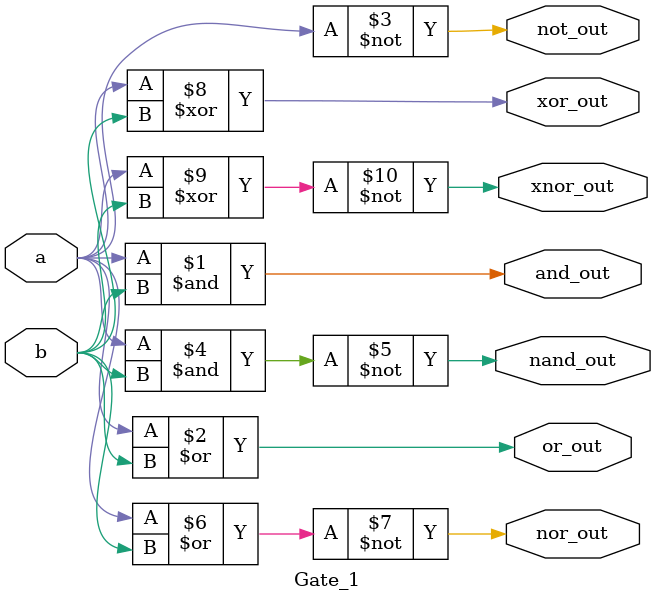
<source format=v>
module Gate_1 (
    input  wire a,     // Input A
    input  wire b,     // Input B
    output wire and_out,
    output wire or_out,
    output wire not_out,   // only on A
    output wire nand_out,
    output wire nor_out,
    output wire xor_out,
    output wire xnor_out
);

    assign and_out  = a & b;      // AND gate
    assign or_out   = a | b;      // OR gate
    assign not_out  = ~a;         // NOT gate (on input A)
    assign nand_out = ~(a & b);   // NAND gate
    assign nor_out  = ~(a | b);   // NOR gate
    assign xor_out  = a ^ b;      // XOR gate
    assign xnor_out = ~(a ^ b);   // XNOR gate

endmodule


</source>
